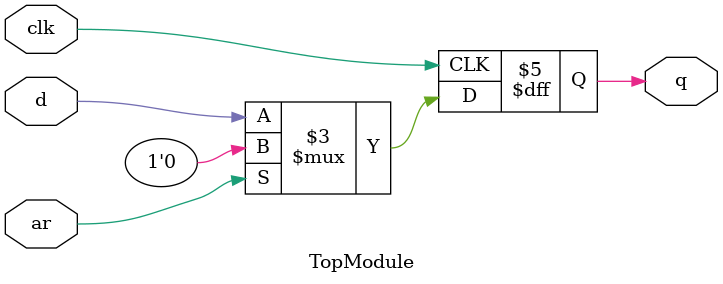
<source format=sv>

module TopModule (
  input clk,
  input d,
  input ar,
  output logic q
);

always @ (posedge clk) begin
    if (ar) begin
        q <= 0;
    end else begin
        q <= d;
    end
end

endmodule

// VERILOG-EVAL: errant inclusion of module definition

</source>
